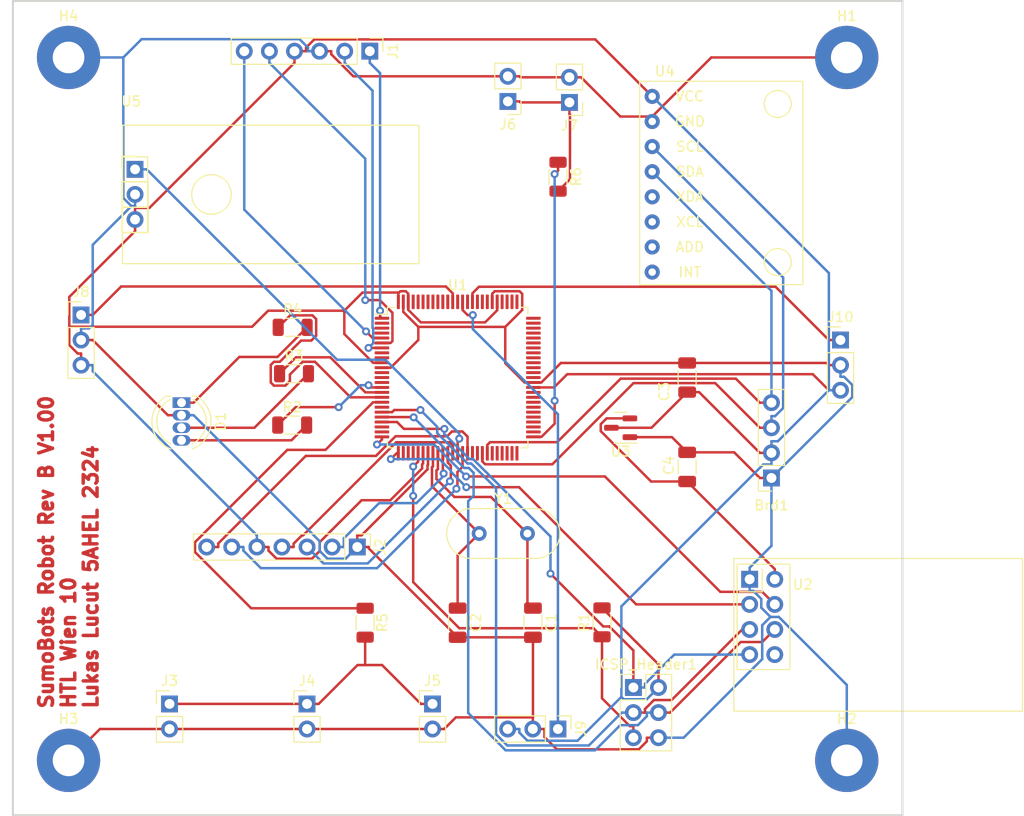
<source format=kicad_pcb>
(kicad_pcb (version 20211014) (generator pcbnew)
  (layers (0 "F.Cu" signal) (31 "B.Cu" signal) (34 "B.Paste" user) (35 "F.Paste" user) (36 "B.SilkS" user "B.Silkscreen") (37 "F.SilkS" user "F.Silkscreen") (38 "B.Mask" user) (39 "F.Mask" user) (44 "Edge.Cuts" user))
  (net 0 "")
  (net 1 "Net-(Brd1-Pad4)")
  (net 2 "Net-(C1-Pad1)")
  (net 3 "/MISO")
  (net 4 "/SCK")
  (net 5 "/MOSI")
  (net 6 "VCC")
  (net 7 "+3V3")
  (net 11 "/M2B")
  (net 12 "/M2A")
  (net 13 "/M1B")
  (net 16 "GND")
  (net 21 "/RESET")
  (net 22 "/M1A")
  (net 23 "Net-(D1-Pad1)")
  (net 26 "Net-(R2-Pad1)")
  (net 27 "Net-(R3-Pad1)")
  (net 31 "Net-(D1-Pad3)")
  (net 32 "Net-(D1-Pad4)")
  (net 33 "Net-(C2-Pad1)")
  (net 34 "/OUT")
  (net 35 "/S2")
  (net 36 "/S3")
  (net 37 "/S0")
  (net 38 "/S1")
  (net 40 "Net-(Brd1-Pad3)")
  (net 41 "Net-(U1-Pad38)")
  (net 77 "Net-(J3-Pad1)")
  (net 79 "Net-(J6-Pad1)")
  (net 89 "Net-(R4-Pad1)")
  (net 90 "Net-(U1-Pad25)")
  (net 91 "Net-(U1-Pad26)")
  (net 98 "Net-(J9-Pad1)")
  (net 99 "Net-(U1-Pad89)")
  (net 100 "Net-(R5-Pad1)")
  (net 101 "Net-(R6-Pad1)")
  (net 102 "Net-(J10-Pad1)")
  (footprint "MountingHole:MountingHole_3.2mm_M3_Pad" (layer "F.Cu") (at 97.79 135.255)
    (fp_text reference "H3")
    (fp_text value "MountingHole_Pad")
  )
  (footprint "Connector_PinHeader_2.54mm:PinHeader_1x03_P2.54mm_Vertical" (layer "F.Cu") (at 175.895 92.725)
    (fp_text reference "J10")
    (fp_text value "Seitensensor_1")
  )
  (footprint "Crystal:Crystal_HC49-4H_Vertical" (layer "F.Cu") (at 139.34 112.3)
    (fp_text reference "Y1")
    (fp_text value "16MHz")
  )
  (footprint "usini_sensors:module_mpu6050" (layer "F.Cu") (at 156.845 85.852)
    (fp_text reference "U4")
    (fp_text value "module_mpu6050")
  )
  (footprint "Capacitor_SMD:C_1206_3216Metric" (layer "F.Cu") (at 137.16 121.325 -90)
    (fp_text reference "C2")
    (fp_text value "22p")
  )
  (footprint "Resistor_SMD:R_1206_3216Metric" (layer "F.Cu") (at 151.765 121.285 90)
    (fp_text reference "R1")
    (fp_text value "10k")
  )
  (footprint "Resistor_SMD:R_1206_3216Metric" (layer "F.Cu") (at 147.32 76.2 -90)
    (fp_text reference "R6")
    (fp_text value "220E")
  )
  (footprint "MountingHole:MountingHole_3.2mm_M3_Pad" (layer "F.Cu") (at 176.53 135.255)
    (fp_text reference "H2")
    (fp_text value "MountingHole_Pad")
  )
  (footprint "Resistor_SMD:R_1206_3216Metric" (layer "F.Cu") (at 120.4175 101.33)
    (fp_text reference "R2")
    (fp_text value "330E")
  )
  (footprint "Connector_PinHeader_2.54mm:PinHeader_1x02_P2.54mm_Vertical" (layer "F.Cu") (at 121.92 129.54)
    (fp_text reference "J4")
    (fp_text value "Bremslicht_2")
  )
  (footprint "Resistor_SMD:R_1206_3216Metric" (layer "F.Cu") (at 120.4659 91.44)
    (fp_text reference "R4")
    (fp_text value "330E")
  )
  (footprint "Connector_PinHeader_2.54mm:PinHeader_1x02_P2.54mm_Vertical" (layer "F.Cu") (at 108.01 129.54)
    (fp_text reference "J3")
    (fp_text value "Bremslicht_1")
  )
  (footprint "MountingHole:MountingHole_3.2mm_M3_Pad" (layer "F.Cu") (at 176.53 64.135)
    (fp_text reference "H1")
    (fp_text value "MountingHole_Pad")
  )
  (footprint "Connector_PinHeader_2.54mm:PinHeader_1x02_P2.54mm_Vertical" (layer "F.Cu") (at 142.24 68.58 180)
    (fp_text reference "J6")
    (fp_text value "Scheinwerfer_1")
  )
  (footprint "Resistor_SMD:R_1206_3216Metric" (layer "F.Cu") (at 127.8 121.325 -90)
    (fp_text reference "R5")
    (fp_text value "220E")
  )
  (footprint "Capacitor_SMD:C_1206_3216Metric" (layer "F.Cu") (at 144.78 121.325 -90)
    (fp_text reference "C1")
    (fp_text value "22p")
  )
  (footprint "CustomFootprints:SW-420" (layer "F.Cu") (at 103.251 70.993)
    (fp_text reference "U5")
    (fp_text value "SW-420")
  )
  (footprint "LED_THT:LED_D5.0mm-4_RGB" (layer "F.Cu") (at 109.22 99.06 -90)
    (fp_text reference "D1")
    (fp_text value "APA-106-F5")
  )
  (footprint "RF_Module:nRF24L01_Breakout" (layer "F.Cu") (at 166.705 116.93)
    (fp_text reference "U2")
    (fp_text value "NRF24L01_Breakout")
  )
  (footprint "Connector_PinHeader_2.54mm:PinHeader_1x03_P2.54mm_Vertical" (layer "F.Cu") (at 147.305 132.08 -90)
    (fp_text reference "J9")
    (fp_text value "MittlererSensor")
  )
  (footprint "Connector_PinHeader_2.54mm:PinHeader_2x03_P2.54mm_Vertical" (layer "F.Cu") (at 154.94 127.88)
    (fp_text reference "ICSP_Header1")
    (fp_text value "Conn_02x03_Odd_Even")
  )
  (footprint "Connector_PinHeader_2.54mm:PinHeader_1x06_P2.54mm_Vertical" (layer "F.Cu") (at 128.27 63.5 -90)
    (fp_text reference "J1")
    (fp_text value "Motorshield")
  )
  (footprint "Package_QFP:TQFP-100_14x14mm_P0.5mm" (layer "F.Cu") (at 137.16 96.52)
    (fp_text reference "U1")
    (fp_text value "ATmega2560-16A")
  )
  (footprint "Connector_PinHeader_2.54mm:PinHeader_1x03_P2.54mm_Vertical" (layer "F.Cu") (at 99.06 90.185)
    (fp_text reference "J8")
    (fp_text value "Seitensensor_2")
  )
  (footprint "Connector_PinSocket_2.54mm:PinSocket_1x04_P2.54mm_Vertical" (layer "F.Cu") (at 168.91 106.68 180)
    (fp_text reference "Brd1")
    (fp_text value "SSD1306")
  )
  (footprint "Connector_PinHeader_2.54mm:PinHeader_1x02_P2.54mm_Vertical" (layer "F.Cu") (at 134.62 129.54)
    (fp_text reference "J5")
    (fp_text value "Bremslicht_3")
  )
  (footprint "MountingHole:MountingHole_3.2mm_M3_Pad" (layer "F.Cu") (at 97.79 64.135)
    (fp_text reference "H4")
    (fp_text value "MountingHole_Pad")
  )
  (footprint "Capacitor_SMD:C_1206_3216Metric" (layer "F.Cu") (at 160.38 96.52 90)
    (fp_text reference "C3")
    (fp_text value "470nF")
  )
  (footprint "Capacitor_SMD:C_1206_3216Metric" (layer "F.Cu") (at 160.38 105.5625 90)
    (fp_text reference "C4")
    (fp_text value "470nF")
  )
  (footprint "Connector_PinHeader_2.54mm:PinHeader_1x02_P2.54mm_Vertical" (layer "F.Cu") (at 148.47 68.68 180)
    (fp_text reference "J7")
    (fp_text value "Scheinwerfer_2")
  )
  (footprint "Resistor_SMD:R_1206_3216Metric" (layer "F.Cu") (at 120.6034 96.13)
    (fp_text reference "R3")
    (fp_text value "330E")
  )
  (footprint "Package_TO_SOT_SMD:SOT-23" (layer "F.Cu") (at 153.65 101.6 180)
    (fp_text reference "U3")
    (fp_text value "MCP1703Ax-120xxTT")
  )
  (footprint "Connector_PinHeader_2.54mm:PinHeader_1x07_P2.54mm_Vertical" (layer "F.Cu") (at 127.005 113.665 -90)
    (fp_text reference "J2")
    (fp_text value "Farbsensor TCS230")
  )
  (gr_line (start 92.16 140.8) (end 92.16 58.42) (layer "Edge.Cuts") (width 0.2))
  (gr_line (start 92.16 58.42) (end 182.16 58.42) (layer "Edge.Cuts") (width 0.2))
  (gr_line (start 182.16 140.8) (end 182.16 58.42) (layer "Edge.Cuts") (width 0.2))
  (gr_line (start 92.16 140.8) (end 182.16 140.8) (layer "Edge.Cuts") (width 0.2))
  (gr_text "SumoBots Robot Rev B V1.00\nHTL Wien 10\nLukas Lucut 5AHEL 2324" (at 97.79 130.175 90) (layer "F.Cu") (effects (font (size 1.4 1.4) (thickness 0.35)) (justify left)))
  (segment (start 168.91 99.06) (end 167.7331 99.06) (width 0.25) (layer "F.Cu") (net 1))
  (segment (start 165.3046 96.6315) (end 167.7331 99.06) (width 0.25) (layer "F.Cu") (net 1))
  (segment (start 153.6544 96.6315) (end 165.3046 96.6315) (width 0.25) (layer "F.Cu") (net 1))
  (segment (start 140.4403 103.0566) (end 147.2293 103.0566) (width 0.25) (layer "F.Cu") (net 1))
  (segment (start 147.2293 103.0566) (end 153.6544 96.6315) (width 0.25) (layer "F.Cu") (net 1))
  (segment (start 140.16 104.1825) (end 140.16 103.3369) (width 0.25) (layer "F.Cu") (net 1))
  (segment (start 140.16 103.3369) (end 140.4403 103.0566) (width 0.25) (layer "F.Cu") (net 1))
  (segment (start 156.845 75.692) (end 168.91 87.757) (width 0.25) (layer "B.Cu") (net 1))
  (segment (start 168.91 87.757) (end 168.91 99.06) (width 0.25) (layer "B.Cu") (net 1))
  (segment (start 144.78 119.85) (end 144.22 119.29) (width 0.25) (layer "F.Cu") (net 2))
  (segment (start 135.16 104.1825) (end 135.16 105.7833) (width 0.25) (layer "F.Cu") (net 2))
  (segment (start 136.8326 108.6035) (end 140.5235 108.6035) (width 0.25) (layer "F.Cu") (net 2))
  (segment (start 135.0146 106.7855) (end 136.8326 108.6035) (width 0.25) (layer "F.Cu") (net 2))
  (segment (start 144.22 119.29) (end 144.22 112.3) (width 0.25) (layer "F.Cu") (net 2))
  (segment (start 135.16 105.7833) (end 135.0146 105.9287) (width 0.25) (layer "F.Cu") (net 2))
  (segment (start 140.5235 108.6035) (end 144.22 112.3) (width 0.25) (layer "F.Cu") (net 2))
  (segment (start 135.0146 105.9287) (end 135.0146 106.7855) (width 0.25) (layer "F.Cu") (net 2))
  (segment (start 131.0279 101.02) (end 129.4975 101.02) (width 0.25) (layer "F.Cu") (net 3))
  (segment (start 151.8912 121.7033) (end 152.5114 121.7033) (width 0.25) (layer "F.Cu") (net 3))
  (segment (start 146.5518 116.3639) (end 151.8912 121.7033) (width 0.25) (layer "F.Cu") (net 3))
  (segment (start 154.94 124.1319) (end 154.94 127.88) (width 0.25) (layer "F.Cu") (net 3))
  (segment (start 135.8169 101.7132) (end 131.7211 101.7132) (width 0.25) (layer "F.Cu") (net 3))
  (segment (start 131.7211 101.7132) (end 131.0279 101.02) (width 0.25) (layer "F.Cu") (net 3))
  (segment (start 152.5114 121.7033) (end 154.94 124.1319) (width 0.25) (layer "F.Cu") (net 3))
  (via (at 146.5518 116.3639) (size 0.8) (drill 0.4) (layers "F.Cu" "B.Cu") (net 3))
  (via (at 135.8169 101.7132) (size 0.8) (drill 0.4) (layers "F.Cu" "B.Cu") (net 3))
  (segment (start 135.8169 102.228) (end 135.8169 101.7132) (width 0.25) (layer "B.Cu") (net 3))
  (segment (start 156.1169 127.88) (end 156.1169 127.5122) (width 0.25) (layer "B.Cu") (net 3))
  (segment (start 138.3532 104.7643) (end 135.8169 102.228) (width 0.25) (layer "B.Cu") (net 3))
  (segment (start 154.94 127.88) (end 156.1169 127.88) (width 0.25) (layer "B.Cu") (net 3))
  (segment (start 146.5518 116.3639) (end 146.5518 112.5997) (width 0.25) (layer "B.Cu") (net 3))
  (segment (start 138.7164 104.7643) (end 138.3532 104.7643) (width 0.25) (layer "B.Cu") (net 3))
  (segment (start 156.1169 127.5122) (end 159.0791 124.55) (width 0.25) (layer "B.Cu") (net 3))
  (segment (start 159.0791 124.55) (end 166.705 124.55) (width 0.25) (layer "B.Cu") (net 3))
  (segment (start 146.5518 112.5997) (end 138.7164 104.7643) (width 0.25) (layer "B.Cu") (net 3))
  (segment (start 129.4975 100.02) (end 130.5304 100.02) (width 0.25) (layer "F.Cu") (net 4))
  (segment (start 166.705 122.01) (end 165.9465 122.01) (width 0.25) (layer "F.Cu") (net 4))
  (segment (start 130.5304 100.02) (end 130.7458 99.8046) (width 0.25) (layer "F.Cu") (net 4))
  (segment (start 165.9465 122.01) (end 158.8065 129.15) (width 0.25) (layer "F.Cu") (net 4))
  (segment (start 157.0211 129.15) (end 156.1169 130.0542) (width 0.25) (layer "F.Cu") (net 4))
  (segment (start 154.94 130.42) (end 156.1169 130.42) (width 0.25) (layer "F.Cu") (net 4))
  (segment (start 158.8065 129.15) (end 157.0211 129.15) (width 0.25) (layer "F.Cu") (net 4))
  (segment (start 130.7458 99.8046) (end 133.3935 99.8046) (width 0.25) (layer "F.Cu") (net 4))
  (segment (start 156.1169 130.0542) (end 156.1169 130.42) (width 0.25) (layer "F.Cu") (net 4))
  (via (at 133.3935 99.8046) (size 0.8) (drill 0.4) (layers "F.Cu" "B.Cu") (net 4))
  (segment (start 135.09 102.1402) (end 135.09 101.5011) (width 0.25) (layer "B.Cu") (net 4))
  (segment (start 138.166 105.2162) (end 135.09 102.1402) (width 0.25) (layer "B.Cu") (net 4))
  (segment (start 135.09 101.5011) (end 133.3935 99.8046) (width 0.25) (layer "B.Cu") (net 4))
  (segment (start 150.4368 133.7463) (end 142.18 133.7463) (width 0.25) (layer "B.Cu") (net 4))
  (segment (start 141.0481 107.7351) (end 138.5292 105.2162) (width 0.25) (layer "B.Cu") (net 4))
  (segment (start 153.7631 130.42) (end 150.4368 133.7463) (width 0.25) (layer "B.Cu") (net 4))
  (segment (start 138.5292 105.2162) (end 138.166 105.2162) (width 0.25) (layer "B.Cu") (net 4))
  (segment (start 154.94 130.42) (end 153.7631 130.42) (width 0.25) (layer "B.Cu") (net 4))
  (segment (start 142.18 133.7463) (end 141.0481 132.6144) (width 0.25) (layer "B.Cu") (net 4))
  (segment (start 141.0481 132.6144) (end 141.0481 107.7351) (width 0.25) (layer "B.Cu") (net 4))
  (segment (start 158.6569 130.42) (end 165.7969 123.28) (width 0.25) (layer "F.Cu") (net 5))
  (segment (start 165.7969 123.28) (end 167.975 123.28) (width 0.25) (layer "F.Cu") (net 5))
  (segment (start 129.4975 100.52) (end 132.6805 100.52) (width 0.25) (layer "F.Cu") (net 5))
  (segment (start 167.975 123.28) (end 169.245 122.01) (width 0.25) (layer "F.Cu") (net 5))
  (segment (start 157.48 130.42) (end 158.6569 130.42) (width 0.25) (layer "F.Cu") (net 5))
  (segment (start 132.6805 100.52) (end 132.7079 100.5474) (width 0.25) (layer "F.Cu") (net 5))
  (via (at 132.7079 100.5474) (size 0.8) (drill 0.4) (layers "F.Cu" "B.Cu") (net 5))
  (segment (start 151.0679 134.2357) (end 142.0124 134.2357) (width 0.25) (layer "B.Cu") (net 5))
  (segment (start 138.2857 105.6681) (end 137.8286 105.6681) (width 0.25) (layer "B.Cu") (net 5))
  (segment (start 138.2272 109.0284) (end 138.7728 108.4828) (width 0.25) (layer "B.Cu") (net 5))
  (segment (start 155.3989 131.69) (end 153.6136 131.69) (width 0.25) (layer "B.Cu") (net 5))
  (segment (start 138.2272 130.4505) (end 138.2272 109.0284) (width 0.25) (layer "B.Cu") (net 5))
  (segment (start 138.7728 108.4828) (end 138.7728 106.1552) (width 0.25) (layer "B.Cu") (net 5))
  (segment (start 138.7728 106.1552) (end 138.2857 105.6681) (width 0.25) (layer "B.Cu") (net 5))
  (segment (start 156.3031 130.42) (end 156.3031 130.7858) (width 0.25) (layer "B.Cu") (net 5))
  (segment (start 137.8286 105.6681) (end 132.7079 100.5474) (width 0.25) (layer "B.Cu") (net 5))
  (segment (start 142.0124 134.2357) (end 138.2272 130.4505) (width 0.25) (layer "B.Cu") (net 5))
  (segment (start 153.6136 131.69) (end 151.0679 134.2357) (width 0.25) (layer "B.Cu") (net 5))
  (segment (start 157.48 130.42) (end 156.3031 130.42) (width 0.25) (layer "B.Cu") (net 5))
  (segment (start 156.3031 130.7858) (end 155.3989 131.69) (width 0.25) (layer "B.Cu") (net 5))
  (segment (start 122.6516 62.3075) (end 151.0805 62.3075) (width 0.25) (layer "F.Cu") (net 6))
  (segment (start 151.0805 62.3075) (end 156.845 68.072) (width 0.25) (layer "F.Cu") (net 6))
  (segment (start 120.65 64.0884) (end 120.65 63.5) (width 0.25) (layer "F.Cu") (net 6))
  (segment (start 152.7125 101.6) (end 156.775 101.6) (width 0.25) (layer "F.Cu") (net 6))
  (segment (start 127.4437 108.9332) (end 123.195 113.1819) (width 0.25) (layer "F.Cu") (net 6))
  (segment (start 121.8269 63.5) (end 121.8269 63.1322) (width 0.25) (layer "F.Cu") (net 6))
  (segment (start 97.8655 91.3795) (end 116.361 91.3795) (width 0.25) (layer "F.Cu") (net 6))
  (segment (start 133.4323 90.936) (end 132.16 89.6637) (width 0.25) (layer "F.Cu") (net 6))
  (segment (start 161.5881 97.995) (end 160.38 97.995) (width 0.25) (layer "F.Cu") (net 6))
  (segment (start 132.16 89.6637) (end 132.16 88.8575) (width 0.25) (layer "F.Cu") (net 6))
  (segment (start 168.91 104.14) (end 167.7331 104.14) (width 0.25) (layer "F.Cu") (net 6))
  (segment (start 123.195 114.0721) (end 122.4159 114.8512) (width 0.25) (layer "F.Cu") (net 6))
  (segment (start 156.775 101.6) (end 160.38 97.995) (width 0.25) (layer "F.Cu") (net 6))
  (segment (start 99.06 95.265) (end 99.06 94.0881) (width 0.25) (layer "F.Cu") (net 6))
  (segment (start 98.7179 94.0881) (end 97.8655 93.2357) (width 0.25) (layer "F.Cu") (net 6))
  (segment (start 146.9081 97.52) (end 144.8225 97.52) (width 0.25) (layer "F.Cu") (net 6))
  (segment (start 97.8655 88.3654) (end 104.521 81.7099) (width 0.25) (layer "F.Cu") (net 6))
  (segment (start 141.16 89.7128) (end 139.9368 90.936) (width 0.25) (layer "F.Cu") (net 6))
  (segment (start 97.8655 91.3795) (end 97.8655 88.3654) (width 0.25) (layer "F.Cu") (net 6))
  (segment (start 116.361 91.3795) (end 117.9833 89.7572) (width 0.25) (layer "F.Cu") (net 6))
  (segment (start 133.66 104.1825) (end 133.66 105.2165) (width 0.25) (layer "F.Cu") (net 6))
  (segment (start 167.7331 104.14) (end 161.5881 97.995) (width 0.25) (layer "F.Cu") (net 6))
  (segment (start 133.66 105.2165) (end 133.5657 105.3108) (width 0.25) (layer "F.Cu") (net 6))
  (segment (start 131.3642 87.7836) (end 131.9083 87.7836) (width 0.25) (layer "F.Cu") (net 6))
  (segment (start 174.7181 97.805) (end 173.0927 96.1796) (width 0.25) (layer "F.Cu") (net 6))
  (segment (start 97.8655 93.2357) (end 97.8655 91.3795) (width 0.25) (layer "F.Cu") (net 6))
  (segment (start 128.5989 95.02) (end 125.6943 92.1154) (width 0.25) (layer "F.Cu") (net 6))
  (segment (start 131.0909 87.9187) (end 131.16 87.9878) (width 0.25) (layer "F.Cu") (net 6))
  (segment (start 105.9708 79.3561) (end 104.521 79.3561) (width 0.25) (layer "F.Cu") (net 6))
  (segment (start 120.65 63.5) (end 121.8269 63.5) (width 0.25) (layer "F.Cu") (net 6))
  (segment (start 173.0927 96.1796) (end 148.2485 96.1796) (width 0.25) (layer "F.Cu") (net 6))
  (segment (start 99.06 94.0881) (end 98.7179 94.0881) (width 0.25) (layer "F.Cu") (net 6))
  (segment (start 141.16 88.8575) (end 141.16 89.7128) (width 0.25) (layer "F.Cu") (net 6))
  (segment (start 129.4975 95.02) (end 128.5989 95.02) (width 0.25) (layer "F.Cu") (net 6))
  (segment (start 104.521 80.533) (end 104.521 79.3561) (width 0.25) (layer "F.Cu") (net 6))
  (segment (start 175.895 97.805) (end 174.7181 97.805) (width 0.25) (layer "F.Cu") (net 6))
  (segment (start 117.9833 89.7572) (end 125.6943 89.7572) (width 0.25) (layer "F.Cu") (net 6))
  (segment (start 157.48 127.88) (end 157.48 125.5375) (width 0.25) (layer "F.Cu") (net 6))
  (segment (start 122.4159 114.8512) (end 118.8403 114.8512) (width 0.25) (layer "F.Cu") (net 6))
  (segment (start 131.9083 87.7836) (end 132.16 88.0353) (width 0.25) (layer "F.Cu") (net 6))
  (segment (start 127.5328 87.9187) (end 131.0909 87.9187) (width 0.25) (layer "F.Cu") (net 6))
  (segment (start 157.48 125.5375) (end 151.765 119.8225) (width 0.25) (layer "F.Cu") (net 6))
  (segment (start 120.65 64.0884) (end 120.65 64.6769) (width 0.25) (layer "F.Cu") (net 6))
  (segment (start 121.8269 63.1322) (end 122.6516 62.3075) (width 0.25) (layer "F.Cu") (net 6))
  (segment (start 116.845 113.665) (end 118.0219 113.665) (width 0.25) (layer "F.Cu") (net 6))
  (segment (start 131.16 87.9878) (end 131.16 88.8575) (width 0.25) (layer "F.Cu") (net 6))
  (segment (start 125.6943 92.1154) (end 125.6943 89.7572) (width 0.25) (layer "F.Cu") (net 6))
  (segment (start 131.16 87.9878) (end 131.3642 87.7836) (width 0.25) (layer "F.Cu") (net 6))
  (segment (start 118.8403 114.8512) (end 118.0219 114.0328) (width 0.25) (layer "F.Cu") (net 6))
  (segment (start 123.195 113.1819) (end 123.195 114.0721) (width 0.25) (layer "F.Cu") (net 6))
  (segment (start 133.5657 105.3108) (end 133.5657 105.7116) (width 0.25) (layer "F.Cu") (net 6))
  (segment (start 104.521 80.533) (end 104.521 81.7099) (width 0.25) (layer "F.Cu") (net 6))
  (segment (start 133.5657 105.7116) (end 130.3441 108.9332) (width 0.25) (layer "F.Cu") (net 6))
  (segment (start 148.2485 96.1796) (end 146.9081 97.52) (width 0.25) (layer "F.Cu") (net 6))
  (segment (start 139.9368 90.936) (end 133.4323 90.936) (width 0.25) (layer "F.Cu") (net 6))
  (segment (start 130.3441 108.9332) (end 127.4437 108.9332) (width 0.25) (layer "F.Cu") (net 6))
  (segment (start 125.6943 89.7572) (end 127.5328 87.9187) (width 0.25) (layer "F.Cu") (net 6))
  (segment (start 118.0219 114.0328) (end 118.0219 113.665) (width 0.25) (layer "F.Cu") (net 6))
  (segment (start 120.65 64.6769) (end 105.9708 79.3561) (width 0.25) (layer "F.Cu") (net 6))
  (segment (start 132.16 88.0353) (end 132.16 88.8575) (width 0.25) (layer "F.Cu") (net 6))
  (segment (start 169.56 102.9631) (end 168.91 102.9631) (width 0.25) (layer "B.Cu") (net 6))
  (segment (start 144.2245 133.2663) (end 143.4019 132.4437) (width 0.25) (layer "B.Cu") (net 6))
  (segment (start 153.9658 129.0706) (end 153.7254 128.8302) (width 0.25) (layer "B.Cu") (net 6))
  (segment (start 153.7254 119.6692) (end 168.0777 105.3169) (width 0.25) (layer "B.Cu") (net 6))
  (segment (start 116.845 112.4881) (end 100.2369 95.88) (width 0.25) (layer "B.Cu") (net 6))
  (segment (start 156.2894 129.0706) (end 153.9658 129.0706) (width 0.25) (layer "B.Cu") (net 6))
  (segment (start 142.225 132.08) (end 143.4019 132.08) (width 0.25) (layer "B.Cu") (net 6))
  (segment (start 116.845 113.665) (end 116.845 112.4881) (width 0.25) (layer "B.Cu") (net 6))
  (segment (start 174.7181 97.805) (end 169.56 102.9631) (width 0.25) (layer "B.Cu") (net 6))
  (segment (start 157.48 127.88) (end 156.2894 129.0706) (width 0.25) (layer "B.Cu") (net 6))
  (segment (start 149.2893 133.2663) (end 144.2245 133.2663) (width 0.25) (layer "B.Cu") (net 6))
  (segment (start 153.7254 128.8302) (end 149.2893 133.2663) (width 0.25) (layer "B.Cu") (net 6))
  (segment (start 156.845 68.072) (end 174.7181 85.9451) (width 0.25) (layer "B.Cu") (net 6))
  (segment (start 168.91 104.14) (end 168.91 105.3169) (width 0.25) (layer "B.Cu") (net 6))
  (segment (start 174.7181 85.9451) (end 174.7181 97.805) (width 0.25) (layer "B.Cu") (net 6))
  (segment (start 99.06 95.265) (end 100.2369 95.265) (width 0.25) (layer "B.Cu") (net 6))
  (segment (start 168.91 104.14) (end 168.91 102.9631) (width 0.25) (layer "B.Cu") (net 6))
  (segment (start 168.0777 105.3169) (end 168.91 105.3169) (width 0.25) (layer "B.Cu") (net 6))
  (segment (start 143.4019 132.4437) (end 143.4019 132.08) (width 0.25) (layer "B.Cu") (net 6))
  (segment (start 175.895 97.805) (end 174.7181 97.805) (width 0.25) (layer "B.Cu") (net 6))
  (segment (start 100.2369 95.88) (end 100.2369 95.265) (width 0.25) (layer "B.Cu") (net 6))
  (segment (start 153.7254 128.8302) (end 153.7254 119.6692) (width 0.25) (layer "B.Cu") (net 6))
  (segment (start 151.6424 101.9474) (end 151.6424 101.2337) (width 0.25) (layer "F.Cu") (net 7))
  (segment (start 169.245 115.9025) (end 169.245 116.93) (width 0.25) (layer "F.Cu") (net 7))
  (segment (start 160.38 107.0375) (end 156.7325 107.0375) (width 0.25) (layer "F.Cu") (net 7))
  (segment (start 156.7325 107.0375) (end 151.6424 101.9474) (width 0.25) (layer "F.Cu") (net 7))
  (segment (start 151.6424 101.2337) (end 152.2261 100.65) (width 0.25) (layer "F.Cu") (net 7))
  (segment (start 152.2261 100.65) (end 154.5875 100.65) (width 0.25) (layer "F.Cu") (net 7))
  (segment (start 160.38 107.0375) (end 169.245 115.9025) (width 0.25) (layer "F.Cu") (net 7))
  (segment (start 129.4975 90.52) (end 129.312 90.3345) (width 0.25) (layer "F.Cu") (net 11))
  (segment (start 129.312 90.3345) (end 129.312 89.7619) (width 0.25) (layer "F.Cu") (net 11))
  (via (at 129.312 89.7619) (size 0.8) (drill 0.4) (layers "F.Cu" "B.Cu") (net 11))
  (segment (start 129.312 65.7189) (end 129.312 89.7619) (width 0.25) (layer "B.Cu") (net 11))
  (segment (start 128.27 63.5) (end 128.27 64.6769) (width 0.25) (layer "B.Cu") (net 11))
  (segment (start 128.27 64.6769) (end 129.312 65.7189) (width 0.25) (layer "B.Cu") (net 11))
  (segment (start 129.4975 93.52) (end 128.1435 93.52) (width 0.25) (layer "F.Cu") (net 12))
  (via (at 128.1435 93.52) (size 0.8) (drill 0.4) (layers "F.Cu" "B.Cu") (net 12))
  (segment (start 128.6174 93.0461) (end 128.1435 93.52) (width 0.25) (layer "B.Cu") (net 12))
  (segment (start 128.6174 91.5524) (end 128.6174 93.0461) (width 0.25) (layer "B.Cu") (net 12))
  (segment (start 128.5498 67.4967) (end 128.5498 91.4848) (width 0.25) (layer "B.Cu") (net 12))
  (segment (start 128.5498 91.4848) (end 128.6174 91.5524) (width 0.25) (layer "B.Cu") (net 12))
  (segment (start 125.73 63.5) (end 125.73 64.6769) (width 0.25) (layer "B.Cu") (net 12))
  (segment (start 125.73 64.6769) (end 128.5498 67.4967) (width 0.25) (layer "B.Cu") (net 12))
  (segment (start 130.3722 93.02) (end 130.5622 92.83) (width 0.25) (layer "F.Cu") (net 13))
  (segment (start 130.5622 89.9647) (end 129.2826 88.6851) (width 0.25) (layer "F.Cu") (net 13))
  (segment (start 130.5622 92.83) (end 130.5622 89.9647) (width 0.25) (layer "F.Cu") (net 13))
  (segment (start 129.4975 93.02) (end 130.3722 93.02) (width 0.25) (layer "F.Cu") (net 13))
  (segment (start 129.2826 88.6851) (end 127.8138 88.6851) (width 0.25) (layer "F.Cu") (net 13))
  (via (at 127.8138 88.6851) (size 0.8) (drill 0.4) (layers "F.Cu" "B.Cu") (net 13))
  (segment (start 118.11 64.6769) (end 127.8138 74.3807) (width 0.25) (layer "B.Cu") (net 13))
  (segment (start 118.11 63.5) (end 118.11 64.6769) (width 0.25) (layer "B.Cu") (net 13))
  (segment (start 127.8138 74.3807) (end 127.8138 88.6851) (width 0.25) (layer "B.Cu") (net 13))
  (segment (start 156.845 70.1109) (end 156.845 70.612) (width 0.25) (layer "F.Cu") (net 16))
  (segment (start 130.3821 95.52) (end 129.4975 95.52) (width 0.25) (layer "F.Cu") (net 16))
  (segment (start 167.7331 106.68) (end 165.1406 104.0875) (width 0.25) (layer "F.Cu") (net 16))
  (segment (start 100.965 132.08) (end 97.79 135.255) (width 0.25) (layer "F.Cu") (net 16))
  (segment (start 127.005 113.665) (end 128.1819 113.665) (width 0.25) (layer "F.Cu") (net 16))
  (segment (start 123.19 63.5) (end 124.3669 63.5) (width 0.25) (layer "F.Cu") (net 16))
  (segment (start 154.5875 102.55) (end 158.8425 102.55) (width 0.25) (layer "F.Cu") (net 16))
  (segment (start 176.53 64.135) (end 162.8209 64.135) (width 0.25) (layer "F.Cu") (net 16))
  (segment (start 141.9751 91.3959) (end 133.1796 91.3959) (width 0.25) (layer "F.Cu") (net 16))
  (segment (start 140.66 88.0361) (end 140.66 88.8575) (width 0.25) (layer "F.Cu") (net 16))
  (segment (start 134.62 132.08) (end 135.7969 132.08) (width 0.25) (layer "F.Cu") (net 16))
  (segment (start 165.1406 104.0875) (end 160.38 104.0875) (width 0.25) (layer "F.Cu") (net 16))
  (segment (start 144.765 131.4915) (end 144.765 132.08) (width 0.25) (layer "F.Cu") (net 16))
  (segment (start 137.16 122.8) (end 128.1819 113.8219) (width 0.25) (layer "F.Cu") (net 16))
  (segment (start 156.3031 133.3258) (end 156.3031 132.96) (width 0.25) (layer "F.Cu") (net 16))
  (segment (start 141.9751 91.3959) (end 143.6937 89.6773) (width 0.25) (layer "F.Cu") (net 16))
  (segment (start 168.91 106.68) (end 167.7331 106.68) (width 0.25) (layer "F.Cu") (net 16))
  (segment (start 143.9307 97.02) (end 141.9751 95.0644) (width 0.25) (layer "F.Cu") (net 16))
  (segment (start 124.3669 63.5) (end 124.367 63.5) (width 0.25) (layer "F.Cu") (net 16))
  (segment (start 155.4914 134.1375) (end 156.3031 133.3258) (width 0.25) (layer "F.Cu") (net 16))
  (segment (start 143.5169 66.14) (end 148.47 66.14) (width 0.25) (layer "F.Cu") (net 16))
  (segment (start 175.895 95.265) (end 174.7181 95.265) (width 0.25) (layer "F.Cu") (net 16))
  (segment (start 144.8225 97.02) (end 143.9307 97.02) (width 0.25) (layer "F.Cu") (net 16))
  (segment (start 145.6287 97.02) (end 144.8225 97.02) (width 0.25) (layer "F.Cu") (net 16))
  (segment (start 144.78 122.8) (end 144.78 130.8881) (width 0.25) (layer "F.Cu") (net 16))
  (segment (start 100.2369 92.725) (end 107.8419 100.33) (width 0.25) (layer "F.Cu") (net 16))
  (segment (start 141.9751 95.0644) (end 141.9751 91.3959) (width 0.25) (layer "F.Cu") (net 16))
  (segment (start 144.765 132.08) (end 145.9419 132.08) (width 0.25) (layer "F.Cu") (net 16))
  (segment (start 145.9419 132.8891) (end 147.1903 134.1375) (width 0.25) (layer "F.Cu") (net 16))
  (segment (start 143.4169 66.04) (end 143.5169 66.14) (width 0.25) (layer "F.Cu") (net 16))
  (segment (start 160.38 95.045) (end 147.6037 95.045) (width 0.25) (layer "F.Cu") (net 16))
  (segment (start 131.66 89.8763) (end 131.66 88.8575) (width 0.25) (layer "F.Cu") (net 16))
  (segment (start 143.6937 88.0551) (end 143.4233 87.7847) (width 0.25) (layer "F.Cu") (net 16))
  (segment (start 142.24 66.04) (end 141.0631 66.04) (width 0.25) (layer "F.Cu") (net 16))
  (segment (start 127.4298 112.4881) (end 134.1103 105.8076) (width 0.25) (layer "F.Cu") (net 16))
  (segment (start 134.62 132.08) (end 121.92 132.08) (width 0.25) (layer "F.Cu") (net 16))
  (segment (start 99.06 92.725) (end 100.2369 92.725) (width 0.25) (layer "F.Cu") (net 16))
  (segment (start 133.1796 91.3959) (end 131.66 89.8763) (width 0.25) (layer "F.Cu") (net 16))
  (segment (start 126.6056 66.04) (end 141.0631 66.04) (width 0.25) (layer "F.Cu") (net 16))
  (segment (start 174.4981 95.045) (end 160.38 95.045) (width 0.25) (layer "F.Cu") (net 16))
  (segment (start 153.6178 70.1109) (end 149.6469 66.14) (width 0.25) (layer "F.Cu") (net 16))
  (segment (start 156.845 70.1109) (end 153.6178 70.1109) (width 0.25) (layer "F.Cu") (net 16))
  (segment (start 157.48 132.96) (end 156.3031 132.96) (width 0.25) (layer "F.Cu") (net 16))
  (segment (start 140.9114 87.7847) (end 140.66 88.0361) (width 0.25) (layer "F.Cu") (net 16))
  (segment (start 121.92 132.08) (end 108.01 132.08) (width 0.25) (layer "F.Cu") (net 16))
  (segment (start 124.367 63.5) (end 124.367 63.8014) (width 0.25) (layer "F.Cu") (net 16))
  (segment (start 144.78 130.8881) (end 144.765 130.9031) (width 0.25) (layer "F.Cu") (net 16))
  (segment (start 145.9419 132.08) (end 145.9419 132.8891) (width 0.25) (layer "F.Cu") (net 16))
  (segment (start 174.7181 95.265) (end 174.4981 95.045) (width 0.25) (layer "F.Cu") (net 16))
  (segment (start 128.1819 113.8219) (end 128.1819 113.665) (width 0.25) (layer "F.Cu") (net 16))
  (segment (start 144.78 122.8) (end 137.16 122.8) (width 0.25) (layer "F.Cu") (net 16))
  (segment (start 134.1103 105.4079) (end 134.16 105.3582) (width 0.25) (layer "F.Cu") (net 16))
  (segment (start 143.6937 89.6773) (end 143.6937 88.0551) (width 0.25) (layer "F.Cu") (net 16))
  (segment (start 148.47 66.14) (end 149.6469 66.14) (width 0.25) (layer "F.Cu") (net 16))
  (segment (start 147.1903 134.1375) (end 155.4914 134.1375) (width 0.25) (layer "F.Cu") (net 16))
  (segment (start 147.6037 95.045) (end 145.6287 97.02) (width 0.25) (layer "F.Cu") (net 16))
  (segment (start 144.765 131.4915) (end 144.765 130.9031) (width 0.25) (layer "F.Cu") (net 16))
  (segment (start 133.1796 92.7225) (end 130.3821 95.52) (width 0.25) (layer "F.Cu") (net 16))
  (segment (start 134.1103 105.8076) (end 134.1103 105.4079) (width 0.25) (layer "F.Cu") (net 16))
  (segment (start 142.24 66.04) (end 143.4169 66.04) (width 0.25) (layer "F.Cu") (net 16))
  (segment (start 133.1796 91.3959) (end 133.1796 92.7225) (width 0.25) (layer "F.Cu") (net 16))
  (segment (start 124.367 63.8014) (end 126.6056 66.04) (width 0.25) (layer "F.Cu") (net 16))
  (segment (start 135.7969 132.08) (end 136.9738 130.9031) (width 0.25) (layer "F.Cu") (net 16))
  (segment (start 143.4233 87.7847) (end 140.9114 87.7847) (width 0.25) (layer "F.Cu") (net 16))
  (segment (start 127.005 112.4881) (end 127.4298 112.4881) (width 0.25) (layer "F.Cu") (net 16))
  (segment (start 127.005 113.665) (end 127.005 112.4881) (width 0.25) (layer "F.Cu") (net 16))
  (segment (start 134.16 105.3582) (end 134.16 104.1825) (width 0.25) (layer "F.Cu") (net 16))
  (segment (start 162.8209 64.135) (end 156.845 70.1109) (width 0.25) (layer "F.Cu") (net 16))
  (segment (start 136.9738 130.9031) (end 144.765 130.9031) (width 0.25) (layer "F.Cu") (net 16))
  (segment (start 158.8425 102.55) (end 160.38 104.0875) (width 0.25) (layer "F.Cu") (net 16))
  (segment (start 108.01 132.08) (end 100.965 132.08) (width 0.25) (layer "F.Cu") (net 16))
  (segment (start 107.8419 100.33) (end 109.22 100.33) (width 0.25) (layer "F.Cu") (net 16))
  (segment (start 100.2369 91.1804) (end 100.2369 83.0882) (width 0.25) (layer "B.Cu") (net 16))
  (segment (start 167.8819 119.8078) (end 167.8819 118.9159) (width 0.25) (layer "B.Cu") (net 16))
  (segment (start 167.975 125.0121) (end 167.975 121.5791) (width 0.25) (layer "B.Cu") (net 16))
  (segment (start 176.53 127.6178) (end 169.6522 120.74) (width 0.25) (layer "B.Cu") (net 16))
  (segment (start 99.8692 91.5481) (end 100.2369 91.1804) (width 0.25) (layer "B.Cu") (net 16))
  (segment (start 160.0271 132.96) (end 167.975 125.0121) (width 0.25) (layer "B.Cu") (net 16))
  (segment (start 99.06 92.725) (end 99.06 91.5481) (width 0.25) (layer "B.Cu") (net 16))
  (segment (start 104.521 77.993) (end 104.521 79.1699) (width 0.25) (layer "B.Cu") (net 16))
  (segment (start 177.089 97.2701) (end 176.2608 96.4419) (width 0.25) (layer "B.Cu") (net 16))
  (segment (start 125.8217 114.8483) (end 123.9838 114.8483) (width 0.25) (layer "B.Cu") (net 16))
  (segment (start 123.2095 114.074) (end 123.2095 113.0926) (width 0.25) (layer "B.Cu") (net 16))
  (segment (start 121.1637 62.2828) (end 105.1838 62.2828) (width 0.25) (layer "B.Cu") (net 16))
  (segment (start 176.2608 96.4419) (end 175.895 96.4419) (width 0.25) (layer "B.Cu") (net 16))
  (segment (start 123.2095 113.0926) (end 110.4469 100.33) (width 0.25) (layer "B.Cu") (net 16))
  (segment (start 122.0131 63.1322) (end 121.1637 62.2828) (width 0.25) (layer "B.Cu") (net 16))
  (segment (start 176.53 135.255) (end 176.53 127.6178) (width 0.25) (layer "B.Cu") (net 16))
  (segment (start 167.975 121.5791) (end 168.8141 120.74) (width 0.25) (layer "B.Cu") (net 16))
  (segment (start 99.06 91.5481) (end 99.8692 91.5481) (width 0.25) (layer "B.Cu") (net 16))
  (segment (start 167.0729 118.1069) (end 166.705 118.1069) (width 0.25) (layer "B.Cu") (net 16))
  (segment (start 105.1838 62.2828) (end 103.3316 64.135) (width 0.25) (layer "B.Cu") (net 16))
  (segment (start 127.005 113.665) (end 125.8217 114.8483) (width 0.25) (layer "B.Cu") (net 16))
  (segment (start 166.705 116.93) (end 166.705 115.7531) (width 0.25) (layer "B.Cu") (net 16))
  (segment (start 168.8141 120.74) (end 167.8819 119.8078) (width 0.25) (layer "B.Cu") (net 16))
  (segment (start 103.3316 64.135) (end 97.79 64.135) (width 0.25) (layer "B.Cu") (net 16))
  (segment (start 169.6522 120.74) (end 168.8141 120.74) (width 0.25) (layer "B.Cu") (net 16))
  (segment (start 166.705 116.93) (end 166.705 118.1069) (width 0.25) (layer "B.Cu") (net 16))
  (segment (start 157.48 132.96) (end 160.0271 132.96) (width 0.25) (layer "B.Cu") (net 16))
  (segment (start 104.1552 79.1699) (end 104.521 79.1699) (width 0.25) (layer "B.Cu") (net 16))
  (segment (start 168.91 106.68) (end 177.089 98.501) (width 0.25) (layer "B.Cu") (net 16))
  (segment (start 123.19 63.5) (end 122.0131 63.5) (width 0.25) (layer "B.Cu") (net 16))
  (segment (start 177.089 98.501) (end 177.089 97.2701) (width 0.25) (layer "B.Cu") (net 16))
  (segment (start 175.895 95.265) (end 175.895 96.4419) (width 0.25) (layer "B.Cu") (net 16))
  (segment (start 100.2369 83.0882) (end 104.1552 79.1699) (width 0.25) (layer "B.Cu") (net 16))
  (segment (start 167.8819 118.9159) (end 167.0729 118.1069) (width 0.25) (layer "B.Cu") (net 16))
  (segment (start 168.91 106.68) (end 168.91 113.5481) (width 0.25) (layer "B.Cu") (net 16))
  (segment (start 123.9838 114.8483) (end 123.2095 114.074) (width 0.25) (layer "B.Cu") (net 16))
  (segment (start 103.3316 78.3463) (end 104.1552 79.1699) (width 0.25) (layer "B.Cu") (net 16))
  (segment (start 122.0131 63.5) (end 122.0131 63.1322) (width 0.25) (layer "B.Cu") (net 16))
  (segment (start 103.3316 64.135) (end 103.3316 78.3463) (width 0.25) (layer "B.Cu") (net 16))
  (segment (start 109.22 100.33) (end 110.4469 100.33) (width 0.25) (layer "B.Cu") (net 16))
  (segment (start 168.91 113.5481) (end 166.705 115.7531) (width 0.25) (layer "B.Cu") (net 16))
  (segment (start 151.765 122.7475) (end 150.8994 121.8819) (width 0.25) (layer "F.Cu") (net 21))
  (segment (start 132.6606 117.2179) (end 132.6606 108.4979) (width 0.25) (layer "F.Cu") (net 21))
  (segment (start 150.8994 121.8819) (end 137.3246 121.8819) (width 0.25) (layer "F.Cu") (net 21))
  (segment (start 151.765 128.9739) (end 154.5742 131.7831) (width 0.25) (layer "F.Cu") (net 21))
  (segment (start 151.765 122.7475) (end 151.765 128.9739) (width 0.25) (layer "F.Cu") (net 21))
  (segment (start 137.3246 121.8819) (end 132.6606 117.2179) (width 0.25) (layer "F.Cu") (net 21))
  (segment (start 154.5742 131.7831) (end 154.94 131.7831) (width 0.25) (layer "F.Cu") (net 21))
  (segment (start 154.94 132.96) (end 154.94 131.7831) (width 0.25) (layer "F.Cu") (net 21))
  (segment (start 133.16 105.0251) (end 132.6606 105.5245) (width 0.25) (layer "F.Cu") (net 21))
  (segment (start 133.16 104.1825) (end 133.16 105.0251) (width 0.25) (layer "F.Cu") (net 21))
  (via (at 132.6606 105.5245) (size 0.8) (drill 0.4) (layers "F.Cu" "B.Cu") (net 21))
  (via (at 132.6606 108.4979) (size 0.8) (drill 0.4) (layers "F.Cu" "B.Cu") (net 21))
  (segment (start 132.6606 105.5245) (end 132.6606 108.4979) (width 0.25) (layer "B.Cu") (net 21))
  (segment (start 129.4975 92.52) (end 128.557 92.52) (width 0.25) (layer "F.Cu") (net 22))
  (segment (start 128.557 92.52) (end 127.8905 91.8535) (width 0.25) (layer "F.Cu") (net 22))
  (via (at 127.8905 91.8535) (size 0.8) (drill 0.4) (layers "F.Cu" "B.Cu") (net 22))
  (segment (start 115.57 79.533) (end 115.57 63.5) (width 0.25) (layer "B.Cu") (net 22))
  (segment (start 127.8905 91.8535) (end 115.57 79.533) (width 0.25) (layer "B.Cu") (net 22))
  (segment (start 109.22 99.06) (end 110.4469 99.06) (width 0.25) (layer "F.Cu") (net 23))
  (segment (start 110.4469 99.06) (end 115.0731 94.4338) (width 0.25) (layer "F.Cu") (net 23))
  (segment (start 118.9346 94.4338) (end 121.9284 91.44) (width 0.25) (layer "F.Cu") (net 23))
  (segment (start 115.0731 94.4338) (end 118.9346 94.4338) (width 0.25) (layer "F.Cu") (net 23))
  (segment (start 120.7701 99.5149) (end 118.955 101.33) (width 0.25) (layer "F.Cu") (net 26))
  (segment (start 128.3736 97.52) (end 128.1462 97.2926) (width 0.25) (layer "F.Cu") (net 26))
  (segment (start 129.4975 97.52) (end 128.3736 97.52) (width 0.25) (layer "F.Cu") (net 26))
  (segment (start 125.1193 99.5149) (end 120.7701 99.5149) (width 0.25) (layer "F.Cu") (net 26))
  (via (at 128.1462 97.2926) (size 0.8) (drill 0.4) (layers "F.Cu" "B.Cu") (net 26))
  (via (at 125.1193 99.5149) (size 0.8) (drill 0.4) (layers "F.Cu" "B.Cu") (net 26))
  (segment (start 125.1193 99.5149) (end 127.3416 97.2926) (width 0.25) (layer "B.Cu") (net 26))
  (segment (start 127.3416 97.2926) (end 128.1462 97.2926) (width 0.25) (layer "B.Cu") (net 26))
  (segment (start 124.2749 94.4709) (end 120.8 94.4709) (width 0.25) (layer "F.Cu") (net 27))
  (segment (start 127.824 98.02) (end 124.2749 94.4709) (width 0.25) (layer "F.Cu") (net 27))
  (segment (start 129.4975 98.02) (end 127.824 98.02) (width 0.25) (layer "F.Cu") (net 27))
  (segment (start 120.8 94.4709) (end 119.1409 96.13) (width 0.25) (layer "F.Cu") (net 27))
  (segment (start 116.5959 101.6) (end 122.0659 96.13) (width 0.25) (layer "F.Cu") (net 31))
  (segment (start 109.22 101.6) (end 110.4469 101.6) (width 0.25) (layer "F.Cu") (net 31))
  (segment (start 110.4469 101.6) (end 116.5959 101.6) (width 0.25) (layer "F.Cu") (net 31))
  (segment (start 120.34 102.87) (end 121.88 101.33) (width 0.25) (layer "F.Cu") (net 32))
  (segment (start 109.22 102.87) (end 120.34 102.87) (width 0.25) (layer "F.Cu") (net 32))
  (segment (start 134.66 105.4973) (end 134.5627 105.5946) (width 0.25) (layer "F.Cu") (net 33))
  (segment (start 137.16 114.48) (end 139.34 112.3) (width 0.25) (layer "F.Cu") (net 33))
  (segment (start 137.16 119.85) (end 137.16 114.48) (width 0.25) (layer "F.Cu") (net 33))
  (segment (start 134.5627 107.5227) (end 139.34 112.3) (width 0.25) (layer "F.Cu") (net 33))
  (segment (start 134.5627 105.5946) (end 134.5627 107.5227) (width 0.25) (layer "F.Cu") (net 33))
  (segment (start 134.66 104.1825) (end 134.66 105.4973) (width 0.25) (layer "F.Cu") (net 33))
  (segment (start 135.66 104.1825) (end 135.66 106.1482) (width 0.25) (layer "F.Cu") (net 34))
  (segment (start 135.66 106.1482) (end 135.7415 106.2297) (width 0.25) (layer "F.Cu") (net 34))
  (via (at 135.7415 106.2297) (size 0.8) (drill 0.4) (layers "F.Cu" "B.Cu") (net 34))
  (segment (start 125.6419 112.7953) (end 129.2124 109.2248) (width 0.25) (layer "B.Cu") (net 34))
  (segment (start 135.7415 106.4723) (end 135.7415 106.2297) (width 0.25) (layer "B.Cu") (net 34))
  (segment (start 125.6419 113.665) (end 125.6419 112.7953) (width 0.25) (layer "B.Cu") (net 34))
  (segment (start 132.989 109.2248) (end 135.7415 106.4723) (width 0.25) (layer "B.Cu") (net 34))
  (segment (start 129.2124 109.2248) (end 132.989 109.2248) (width 0.25) (layer "B.Cu") (net 34))
  (segment (start 124.465 113.665) (end 125.6419 113.665) (width 0.25) (layer "B.Cu") (net 34))
  (segment (start 136.4696 105.4265) (end 136.16 105.1169) (width 0.25) (layer "F.Cu") (net 35))
  (segment (start 136.4696 106.9187) (end 136.4696 105.4265) (width 0.25) (layer "F.Cu") (net 35))
  (segment (start 136.16 105.1169) (end 136.16 104.1825) (width 0.25) (layer "F.Cu") (net 35))
  (segment (start 136.3767 107.0116) (end 136.4696 106.9187) (width 0.25) (layer "F.Cu") (net 35))
  (via (at 136.3767 107.0116) (size 0.8) (drill 0.4) (layers "F.Cu" "B.Cu") (net 35))
  (segment (start 123.5873 115.3273) (end 128.061 115.3273) (width 0.25) (layer "B.Cu") (net 35))
  (segment (start 128.061 115.3273) (end 136.3767 107.0116) (width 0.25) (layer "B.Cu") (net 35))
  (segment (start 121.925 113.665) (end 123.5873 115.3273) (width 0.25) (layer "B.Cu") (net 35))
  (segment (start 120.5619 113.665) (end 120.5619 113.3265) (width 0.25) (layer "F.Cu") (net 36))
  (segment (start 121.5202 112.4881) (end 130.9408 103.0675) (width 0.25) (layer "F.Cu") (net 36))
  (segment (start 136.3813 103.0675) (end 136.66 103.3462) (width 0.25) (layer "F.Cu") (net 36))
  (segment (start 119.385 113.665) (end 120.5619 113.665) (width 0.25) (layer "F.Cu") (net 36))
  (segment (start 121.4003 112.4881) (end 121.5202 112.4881) (width 0.25) (layer "F.Cu") (net 36))
  (segment (start 130.9408 103.0675) (end 136.3813 103.0675) (width 0.25) (layer "F.Cu") (net 36))
  (segment (start 120.5619 113.3265) (end 121.4003 112.4881) (width 0.25) (layer "F.Cu") (net 36))
  (segment (start 136.66 103.3462) (end 136.66 104.1825) (width 0.25) (layer "F.Cu") (net 36))
  (segment (start 137.1379 106.0758) (end 137.1379 107.6675) (width 0.25) (layer "F.Cu") (net 37))
  (segment (start 137.1379 107.6675) (end 137.0342 107.7712) (width 0.25) (layer "F.Cu") (net 37))
  (segment (start 137.66 104.1825) (end 137.66 105.5537) (width 0.25) (layer "F.Cu") (net 37))
  (segment (start 137.66 105.5537) (end 137.1379 106.0758) (width 0.25) (layer "F.Cu") (net 37))
  (via (at 137.0342 107.7712) (size 0.8) (drill 0.4) (layers "F.Cu" "B.Cu") (net 37))
  (segment (start 114.305 113.665) (end 115.4819 113.665) (width 0.25) (layer "B.Cu") (net 37))
  (segment (start 115.4819 114.0328) (end 117.2554 115.8063) (width 0.25) (layer "B.Cu") (net 37))
  (segment (start 115.4819 113.665) (end 115.4819 114.0328) (width 0.25) (layer "B.Cu") (net 37))
  (segment (start 117.2554 115.8063) (end 128.9991 115.8063) (width 0.25) (layer "B.Cu") (net 37))
  (segment (start 128.9991 115.8063) (end 137.0342 107.7712) (width 0.25) (layer "B.Cu") (net 37))
  (segment (start 112.9419 113.2994) (end 112.9419 113.665) (width 0.25) (layer "F.Cu") (net 38))
  (segment (start 138.16 102.4949) (end 137.6407 101.9756) (width 0.25) (layer "F.Cu") (net 38))
  (segment (start 136.0988 102.4593) (end 130.88 102.4593) (width 0.25) (layer "F.Cu") (net 38))
  (segment (start 121.7936 104.4477) (end 112.9419 113.2994) (width 0.25) (layer "F.Cu") (net 38))
  (segment (start 137.6407 101.9756) (end 136.5825 101.9756) (width 0.25) (layer "F.Cu") (net 38))
  (segment (start 138.16 104.1825) (end 138.16 102.4949) (width 0.25) (layer "F.Cu") (net 38))
  (segment (start 136.5825 101.9756) (end 136.0988 102.4593) (width 0.25) (layer "F.Cu") (net 38))
  (segment (start 111.765 113.665) (end 112.9419 113.665) (width 0.25) (layer "F.Cu") (net 38))
  (segment (start 130.88 102.4593) (end 128.8916 104.4477) (width 0.25) (layer "F.Cu") (net 38))
  (segment (start 128.8916 104.4477) (end 121.7936 104.4477) (width 0.25) (layer "F.Cu") (net 38))
  (segment (start 139.66 105.0086) (end 139.9478 105.2964) (width 0.25) (layer "F.Cu") (net 40))
  (segment (start 139.9478 105.2964) (end 146.7411 105.2964) (width 0.25) (layer "F.Cu") (net 40))
  (segment (start 139.66 104.1825) (end 139.66 105.0086) (width 0.25) (layer "F.Cu") (net 40))
  (segment (start 146.7411 105.2964) (end 154.9541 97.0834) (width 0.25) (layer "F.Cu") (net 40))
  (segment (start 168.91 101.6) (end 167.7331 101.6) (width 0.25) (layer "F.Cu") (net 40))
  (segment (start 163.2165 97.0834) (end 167.7331 101.6) (width 0.25) (layer "F.Cu") (net 40))
  (segment (start 154.9541 97.0834) (end 163.2165 97.0834) (width 0.25) (layer "F.Cu") (net 40))
  (segment (start 169.2778 100.4231) (end 170.0934 99.6075) (width 0.25) (layer "B.Cu") (net 40))
  (segment (start 170.0934 86.4004) (end 156.845 73.152) (width 0.25) (layer "B.Cu") (net 40))
  (segment (start 168.91 101.6) (end 168.91 100.4231) (width 0.25) (layer "B.Cu") (net 40))
  (segment (start 168.91 100.4231) (end 169.2778 100.4231) (width 0.25) (layer "B.Cu") (net 40))
  (segment (start 170.0934 99.6075) (end 170.0934 86.4004) (width 0.25) (layer "B.Cu") (net 40))
  (segment (start 137.16 102.8681) (end 137.3232 102.7049) (width 0.25) (layer "F.Cu") (net 41))
  (segment (start 137.16 104.1825) (end 137.16 102.8681) (width 0.25) (layer "F.Cu") (net 41))
  (via (at 137.3232 102.7049) (size 0.8) (drill 0.4) (layers "F.Cu" "B.Cu") (net 41))
  (segment (start 137.3232 102.1915) (end 137.3232 102.7049) (width 0.25) (layer "B.Cu") (net 41))
  (segment (start 105.6979 75.453) (end 124.9622 94.7173) (width 0.25) (layer "B.Cu") (net 41))
  (segment (start 124.9622 94.7173) (end 129.849 94.7173) (width 0.25) (layer "B.Cu") (net 41))
  (segment (start 129.849 94.7173) (end 137.3232 102.1915) (width 0.25) (layer "B.Cu") (net 41))
  (segment (start 104.521 75.453) (end 105.6979 75.453) (width 0.25) (layer "B.Cu") (net 41))
  (segment (start 127.8 125.609) (end 127.8 122.7875) (width 0.25) (layer "F.Cu") (net 77))
  (segment (start 133.4431 129.54) (end 129.5121 125.609) (width 0.25) (layer "F.Cu") (net 77))
  (segment (start 108.01 129.54) (end 121.92 129.54) (width 0.25) (layer "F.Cu") (net 77))
  (segment (start 127.8 125.609) (end 127.0279 125.609) (width 0.25) (layer "F.Cu") (net 77))
  (segment (start 127.0279 125.609) (end 123.0969 129.54) (width 0.25) (layer "F.Cu") (net 77))
  (segment (start 129.5121 125.609) (end 127.8 125.609) (width 0.25) (layer "F.Cu") (net 77))
  (segment (start 134.62 129.54) (end 133.4431 129.54) (width 0.25) (layer "F.Cu") (net 77))
  (segment (start 121.92 129.54) (end 123.0969 129.54) (width 0.25) (layer "F.Cu") (net 77))
  (segment (start 142.24 68.58) (end 143.4169 68.58) (width 0.25) (layer "F.Cu") (net 79))
  (segment (start 147.32 77.6625) (end 148.5254 76.4571) (width 0.25) (layer "F.Cu") (net 79))
  (segment (start 148.47 68.68) (end 148.47 69.8569) (width 0.25) (layer "F.Cu") (net 79))
  (segment (start 148.5254 69.9123) (end 148.47 69.8569) (width 0.25) (layer "F.Cu") (net 79))
  (segment (start 143.4169 68.58) (end 143.5169 68.68) (width 0.25) (layer "F.Cu") (net 79))
  (segment (start 148.5254 76.4571) (end 148.5254 69.9123) (width 0.25) (layer "F.Cu") (net 79))
  (segment (start 143.5169 68.68) (end 148.47 68.68) (width 0.25) (layer "F.Cu") (net 79))
  (segment (start 118.5676 94.9271) (end 119.1673 94.9271) (width 0.25) (layer "F.Cu") (net 89))
  (segment (start 122.8461 90.603) (end 122.4723 90.2292) (width 0.25) (layer "F.Cu") (net 89))
  (segment (start 119.1673 94.9271) (end 121.3152 92.7792) (width 0.25) (layer "F.Cu") (net 89))
  (segment (start 120.1851 96.8762) (end 119.7239 97.3374) (width 0.25) (layer "F.Cu") (net 89))
  (segment (start 122.728 94.9271) (end 121.4738 94.9271) (width 0.25) (layer "F.Cu") (net 89))
  (segment (start 122.8461 92.2831) (end 122.8461 90.603) (width 0.25) (layer "F.Cu") (net 89))
  (segment (start 126.3209 98.52) (end 122.728 94.9271) (width 0.25) (layer "F.Cu") (net 89))
  (segment (start 129.4975 98.52) (end 126.3209 98.52) (width 0.25) (layer "F.Cu") (net 89))
  (segment (start 121.4738 94.9271) (end 120.1851 96.2158) (width 0.25) (layer "F.Cu") (net 89))
  (segment (start 119.7239 97.3374) (end 118.5707 97.3374) (width 0.25) (layer "F.Cu") (net 89))
  (segment (start 122.35 92.7792) (end 122.8461 92.2831) (width 0.25) (layer "F.Cu") (net 89))
  (segment (start 118.2505 97.0172) (end 118.2505 95.2442) (width 0.25) (layer "F.Cu") (net 89))
  (segment (start 121.3152 92.7792) (end 122.35 92.7792) (width 0.25) (layer "F.Cu") (net 89))
  (segment (start 122.4723 90.2292) (end 120.2142 90.2292) (width 0.25) (layer "F.Cu") (net 89))
  (segment (start 120.1851 96.2158) (end 120.1851 96.8762) (width 0.25) (layer "F.Cu") (net 89))
  (segment (start 120.2142 90.2292) (end 119.0034 91.44) (width 0.25) (layer "F.Cu") (net 89))
  (segment (start 118.5707 97.3374) (end 118.2505 97.0172) (width 0.25) (layer "F.Cu") (net 89))
  (segment (start 118.2505 95.2442) (end 118.5676 94.9271) (width 0.25) (layer "F.Cu") (net 89))
  (segment (start 129.4975 102.52) (end 129.4975 102.7951) (width 0.25) (layer "F.Cu") (net 90))
  (segment (start 138.0142 106.5279) (end 152.0602 106.5279) (width 0.25) (layer "F.Cu") (net 90))
  (segment (start 167.9749 118.1999) (end 169.245 119.47) (width 0.25) (layer "F.Cu") (net 90))
  (segment (start 129.4975 102.7951) (end 128.9983 103.2943) (width 0.25) (layer "F.Cu") (net 90))
  (segment (start 163.7322 118.1999) (end 167.9749 118.1999) (width 0.25) (layer "F.Cu") (net 90))
  (segment (start 152.0602 106.5279) (end 163.7322 118.1999) (width 0.25) (layer "F.Cu") (net 90))
  (via (at 138.0142 106.5279) (size 0.8) (drill 0.4) (layers "F.Cu" "B.Cu") (net 90))
  (via (at 128.9983 103.2943) (size 0.8) (drill 0.4) (layers "F.Cu" "B.Cu") (net 90))
  (segment (start 134.7807 103.2944) (end 128.9983 103.2944) (width 0.25) (layer "B.Cu") (net 90))
  (segment (start 128.9983 103.2944) (end 128.9983 103.2943) (width 0.25) (layer "B.Cu") (net 90))
  (segment (start 138.0142 106.5279) (end 134.7807 103.2944) (width 0.25) (layer "B.Cu") (net 90))
  (segment (start 131.16 104.1825) (end 130.9893 104.1825) (width 0.25) (layer "F.Cu") (net 91))
  (segment (start 155.2243 119.47) (end 166.705 119.47) (width 0.25) (layer "F.Cu") (net 91))
  (segment (start 143.3674 107.6131) (end 155.2243 119.47) (width 0.25) (layer "F.Cu") (net 91))
  (segment (start 130.9893 104.1825) (end 130.3995 104.7723) (width 0.25) (layer "F.Cu") (net 91))
  (segment (start 138.0362 107.6131) (end 143.3674 107.6131) (width 0.25) (layer "F.Cu") (net 91))
  (via (at 138.0362 107.6131) (size 0.8) (drill 0.4) (layers "F.Cu" "B.Cu") (net 91))
  (via (at 130.3995 104.7723) (size 0.8) (drill 0.4) (layers "F.Cu" "B.Cu") (net 91))
  (segment (start 136.4696 105.9295) (end 136.4696 106.0465) (width 0.25) (layer "B.Cu") (net 91))
  (segment (start 130.3995 104.7723) (end 135.3124 104.7723) (width 0.25) (layer "B.Cu") (net 91))
  (segment (start 136.4696 106.0465) (end 138.0362 107.6131) (width 0.25) (layer "B.Cu") (net 91))
  (segment (start 135.3124 104.7723) (end 136.4696 105.9295) (width 0.25) (layer "B.Cu") (net 91))
  (segment (start 138.1692 90.1992) (end 137.66 89.69) (width 0.25) (layer "F.Cu") (net 98))
  (segment (start 137.66 89.69) (end 137.66 88.8575) (width 0.25) (layer "F.Cu") (net 98))
  (segment (start 138.6941 90.1992) (end 138.1692 90.1992) (width 0.25) (layer "F.Cu") (net 98))
  (via (at 138.6941 90.1992) (size 0.8) (drill 0.4) (layers "F.Cu" "B.Cu") (net 98))
  (segment (start 138.6941 91.6191) (end 147.305 100.23) (width 0.25) (layer "B.Cu") (net 98))
  (segment (start 138.6941 90.1992) (end 138.6941 91.6191) (width 0.25) (layer "B.Cu") (net 98))
  (segment (start 147.305 132.08) (end 147.305 130.9031) (width 0.25) (layer "B.Cu") (net 98))
  (segment (start 147.305 100.23) (end 147.305 130.9031) (width 0.25) (layer "B.Cu") (net 98))
  (segment (start 136.66 88.8575) (end 136.66 88) (width 0.25) (layer "F.Cu") (net 99))
  (segment (start 103.116 87.3059) (end 100.2369 90.185) (width 0.25) (layer "F.Cu") (net 99))
  (segment (start 135.9659 87.3059) (end 103.116 87.3059) (width 0.25) (layer "F.Cu") (net 99))
  (segment (start 99.06 90.185) (end 100.2369 90.185) (width 0.25) (layer "F.Cu") (net 99))
  (segment (start 136.66 88) (end 135.9659 87.3059) (width 0.25) (layer "F.Cu") (net 99))
  (segment (start 110.5833 113.1779) (end 119.9247 103.8365) (width 0.25) (layer "F.Cu") (net 100))
  (segment (start 127.8 119.8625) (end 116.2715 119.8625) (width 0.25) (layer "F.Cu") (net 100))
  (segment (start 116.2715 119.8625) (end 110.5833 114.1743) (width 0.25) (layer "F.Cu") (net 100))
  (segment (start 128.6052 99.02) (end 129.4975 99.02) (width 0.25) (layer "F.Cu") (net 100))
  (segment (start 110.5833 114.1743) (end 110.5833 113.1779) (width 0.25) (layer "F.Cu") (net 100))
  (segment (start 123.7887 103.8365) (end 128.6052 99.02) (width 0.25) (layer "F.Cu") (net 100))
  (segment (start 119.9247 103.8365) (end 123.7887 103.8365) (width 0.25) (layer "F.Cu") (net 100))
  (segment (start 146.9738 101.1893) (end 146.9738 98.8679) (width 0.25) (layer "F.Cu") (net 101))
  (segment (start 147.32 75.5846) (end 147.32 74.7375) (width 0.25) (layer "F.Cu") (net 101))
  (segment (start 146.9738 75.9308) (end 147.32 75.5846) (width 0.25) (layer "F.Cu") (net 101))
  (segment (start 145.6431 102.52) (end 146.9738 101.1893) (width 0.25) (layer "F.Cu") (net 101))
  (segment (start 144.8225 102.52) (end 145.6431 102.52) (width 0.25) (layer "F.Cu") (net 101))
  (via (at 146.9738 75.9308) (size 0.8) (drill 0.4) (layers "F.Cu" "B.Cu") (net 101))
  (via (at 146.9738 98.8679) (size 0.8) (drill 0.4) (layers "F.Cu" "B.Cu") (net 101))
  (segment (start 146.9738 75.9308) (end 146.9738 98.8679) (width 0.25) (layer "B.Cu") (net 101))
  (segment (start 139.3192 87.3328) (end 138.66 87.992) (width 0.25) (layer "F.Cu") (net 102))
  (segment (start 174.7181 92.725) (end 169.3259 87.3328) (width 0.25) (layer "F.Cu") (net 102))
  (segment (start 175.895 92.725) (end 174.7181 92.725) (width 0.25) (layer "F.Cu") (net 102))
  (segment (start 169.3259 87.3328) (end 139.3192 87.3328) (width 0.25) (layer "F.Cu") (net 102))
  (segment (start 138.66 87.992) (end 138.66 88.8575) (width 0.25) (layer "F.Cu") (net 102))
)
</source>
